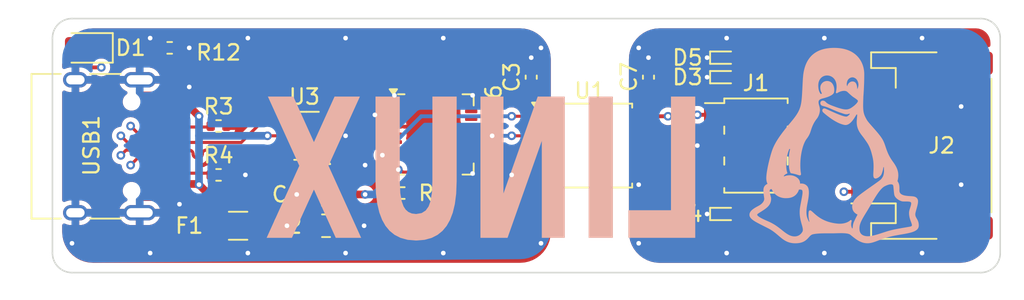
<source format=kicad_pcb>
(kicad_pcb (version 20240108) (generator "pcbnew") (generator_version "8.0")
  (layers (0 "F.Cu" signal) (1 "In1.Cu" signal) (2 "In2.Cu" signal) (31 "B.Cu" signal) (34 "B.Paste" user) (35 "F.Paste" user) (36 "B.SilkS" user "B.Silkscreen") (37 "F.SilkS" user "F.Silkscreen") (38 "B.Mask" user) (39 "F.Mask" user) (44 "Edge.Cuts" user))
  (net 0 "")
  (net 1 "VBUS")
  (net 2 "GND")
  (net 3 "Net-(USB1-CC1)")
  (net 4 "Net-(USB1-CC2)")
  (net 5 "Net-(USB1-DP1)")
  (net 6 "Net-(USB1-DN1)")
  (net 10 "Net-(U6-D-)")
  (net 11 "Net-(U6-D+)")
  (net 14 "VDD")
  (net 15 "Net-(U6-~{RSTb})")
  (net 31 "GND1")
  (net 33 "Net-(U3-VBUS)")
  (net 34 "Net-(D1-K)")
  (net 35 "+3V3")
  (net 38 "OUT_TxD")
  (net 39 "IN_RxD")
  (net 40 "Net-(U1-OUT1)")
  (net 41 "Net-(U1-IN2)")
  (footprint "Diode_SMD:D_SOD-923" (layer "F.Cu") (at 118.53 49.53)
    (property "Reference" "D3" (at -2.325 0 0) (layer "F.SilkS"))
    (property "Value" "ESD9B3.3ST5G")
    (pad "1" smd roundrect (at -0.42 0 180) (size 0.36 0.25) (layers "F.Cu" "F.Paste" "F.Mask") (net 31 "GND1"))
    (pad "2" smd roundrect (at 0.42 0 180) (size 0.36 0.25) (layers "F.Cu" "F.Paste" "F.Mask") (net 14 "VDD"))
  )
  (footprint "Diode_SMD:D_SOD-923" (layer "F.Cu") (at 118.53 58.42)
    (property "Reference" "D4" (at -2.325 0 0) (layer "F.SilkS"))
    (property "Value" "ESD9B3.3ST5G")
    (pad "1" smd roundrect (at -0.42 0 180) (size 0.36 0.25) (layers "F.Cu" "F.Paste" "F.Mask") (net 31 "GND1"))
    (pad "2" smd roundrect (at 0.42 0 180) (size 0.36 0.25) (layers "F.Cu" "F.Paste" "F.Mask") (net 38 "OUT_TxD"))
  )
  (footprint "Resistor_SMD:R_0402_1005Metric" (layer "F.Cu") (at 85.725 52.705 180)
    (property "Reference" "R3" (at 0 1.27 180) (layer "F.SilkS"))
    (property "Value" "5k1")
    (pad "1" smd roundrect (at -0.51 0 180) (size 0.54 0.64) (layers "F.Cu" "F.Paste" "F.Mask") (net 2 "GND"))
    (pad "2" smd roundrect (at 0.51 0 180) (size 0.54 0.64) (layers "F.Cu" "F.Paste" "F.Mask") (net 3 "Net-(USB1-CC1)"))
  )
  (footprint "Resistor_SMD:R_0402_1005Metric" (layer "F.Cu") (at 82.55 47.625 180)
    (property "Reference" "R12" (at -3.175 -0.3025 0) (layer "F.SilkS"))
    (property "Value" "750R")
    (pad "1" smd roundrect (at -0.51 0 180) (size 0.54 0.64) (layers "F.Cu" "F.Paste" "F.Mask") (net 2 "GND"))
    (pad "2" smd roundrect (at 0.51 0 180) (size 0.54 0.64) (layers "F.Cu" "F.Paste" "F.Mask") (net 34 "Net-(D1-K)"))
  )
  (footprint "Capacitor_SMD:C_0402_1005Metric" (layer "F.Cu") (at 106.045 49.53 90)
    (property "Reference" "C3" (at 0 -1.27 90) (layer "F.SilkS"))
    (property "Value" "100n")
    (pad "1" smd roundrect (at -0.48 0 90) (size 0.56 0.62) (layers "F.Cu" "F.Paste" "F.Mask") (net 35 "+3V3"))
    (pad "2" smd roundrect (at 0.48 0 90) (size 0.56 0.62) (layers "F.Cu" "F.Paste" "F.Mask") (net 2 "GND"))
  )
  (footprint "Package_SO:SOP-8_5.28x5.23mm_P1.27mm" (layer "F.Cu") (at 109.855 53.975)
    (property "Reference" "U1" (at 0 -3.56 0) (layer "F.SilkS"))
    (property "Value" "MAX22246")
    (pad "1" smd roundrect (at -3.6 -1.905) (size 1.6 0.6) (layers "F.Cu" "F.Paste" "F.Mask") (net 35 "+3V3"))
    (pad "2" smd roundrect (at -3.6 -0.635) (size 1.6 0.6) (layers "F.Cu" "F.Paste" "F.Mask") (net 40 "Net-(U1-OUT1)"))
    (pad "3" smd roundrect (at -3.6 0.635) (size 1.6 0.6) (layers "F.Cu" "F.Paste" "F.Mask") (net 41 "Net-(U1-IN2)"))
    (pad "4" smd roundrect (at -3.6 1.905) (size 1.6 0.6) (layers "F.Cu" "F.Paste" "F.Mask") (net 2 "GND"))
    (pad "5" smd roundrect (at 3.6 1.905) (size 1.6 0.6) (layers "F.Cu" "F.Paste" "F.Mask") (net 31 "GND1"))
    (pad "6" smd roundrect (at 3.6 0.635) (size 1.6 0.6) (layers "F.Cu" "F.Paste" "F.Mask") (net 38 "OUT_TxD"))
    (pad "7" smd roundrect (at 3.6 -0.635) (size 1.6 0.6) (layers "F.Cu" "F.Paste" "F.Mask") (net 39 "IN_RxD"))
    (pad "8" smd roundrect (at 3.6 -1.905) (size 1.6 0.6) (layers "F.Cu" "F.Paste" "F.Mask") (net 14 "VDD"))
  )
  (footprint "LED_SMD:LED_0805_2012Metric" (layer "F.Cu") (at 77.1675 47.625 180)
    (property "Reference" "D1" (at -2.8425 0 0) (layer "F.SilkS"))
    (property "Value" "LED")
    (pad "1" smd roundrect (at -0.9375 0 180) (size 0.975 1.4) (layers "F.Cu" "F.Paste" "F.Mask") (net 34 "Net-(D1-K)"))
    (pad "2" smd roundrect (at 0.9375 0 180) (size 0.975 1.4) (layers "F.Cu" "F.Paste" "F.Mask") (net 1 "VBUS"))
  )
  (footprint "Package_DFN_QFN:QFN-28-1EP_5x5mm_P0.5mm_EP3.35x3.35mm" (layer "F.Cu") (at 99.695 53.25)
    (property "Reference" "U6" (at 3.906047 -2.23903 90) (layer "F.SilkS"))
    (property "Value" "Interface_USB_CP2102N-A01-GQFN28")
    (pad "1" smd roundrect (at -2.45 -1.5) (size 0.8 0.25) (layers "F.Cu" "F.Paste" "F.Mask"))
    (pad "2" smd roundrect (at -2.45 -1) (size 0.8 0.25) (layers "F.Cu" "F.Paste" "F.Mask"))
    (pad "3" smd roundrect (at -2.45 -0.5) (size 0.8 0.25) (layers "F.Cu" "F.Paste" "F.Mask") (net 2 "GND"))
    (pad "4" smd roundrect (at -2.45 0) (size 0.8 0.25) (layers "F.Cu" "F.Paste" "F.Mask") (net 11 "Net-(U6-D+)"))
    (pad "5" smd roundrect (at -2.45 0.5) (size 0.8 0.25) (layers "F.Cu" "F.Paste" "F.Mask") (net 10 "Net-(U6-D-)"))
    (pad "6" smd roundrect (at -2.45 1) (size 0.8 0.25) (layers "F.Cu" "F.Paste" "F.Mask") (net 35 "+3V3"))
    (pad "7" smd roundrect (at -2.45 1.5) (size 0.8 0.25) (layers "F.Cu" "F.Paste" "F.Mask") (net 1 "VBUS"))
    (pad "8" smd roundrect (at -1.5 2.45) (size 0.25 0.8) (layers "F.Cu" "F.Paste" "F.Mask") (net 1 "VBUS"))
    (pad "9" smd roundrect (at -1 2.45) (size 0.25 0.8) (layers "F.Cu" "F.Paste" "F.Mask") (net 15 "Net-(U6-~{RSTb})"))
    (pad "10" smd roundrect (at -0.5 2.45) (size 0.25 0.8) (layers "F.Cu" "F.Paste" "F.Mask"))
    (pad "11" smd roundrect (at 0 2.45) (size 0.25 0.8) (layers "F.Cu" "F.Paste" "F.Mask"))
    (pad "12" smd roundrect (at 0.5 2.45) (size 0.25 0.8) (layers "F.Cu" "F.Paste" "F.Mask"))
    (pad "13" smd roundrect (at 1 2.45) (size 0.25 0.8) (layers "F.Cu" "F.Paste" "F.Mask"))
    (pad "14" smd roundrect (at 1.5 2.45) (size 0.25 0.8) (layers "F.Cu" "F.Paste" "F.Mask"))
    (pad "15" smd roundrect (at 2.45 1.5) (size 0.8 0.25) (layers "F.Cu" "F.Paste" "F.Mask"))
    (pad "16" smd roundrect (at 2.45 1) (size 0.8 0.25) (layers "F.Cu" "F.Paste" "F.Mask"))
    (pad "17" smd roundrect (at 2.45 0.5) (size 0.8 0.25) (layers "F.Cu" "F.Paste" "F.Mask"))
    (pad "18" smd roundrect (at 2.45 0) (size 0.8 0.25) (layers "F.Cu" "F.Paste" "F.Mask"))
    (pad "19" smd roundrect (at 2.45 -0.5) (size 0.8 0.25) (layers "F.Cu" "F.Paste" "F.Mask"))
    (pad "20" smd roundrect (at 2.45 -1) (size 0.8 0.25) (layers "F.Cu" "F.Paste" "F.Mask"))
    (pad "21" smd roundrect (at 2.45 -1.5) (size 0.8 0.25) (layers "F.Cu" "F.Paste" "F.Mask"))
    (pad "22" smd roundrect (at 1.5 -2.45) (size 0.25 0.8) (layers "F.Cu" "F.Paste" "F.Mask"))
    (pad "23" smd roundrect (at 1 -2.45) (size 0.25 0.8) (layers "F.Cu" "F.Paste" "F.Mask"))
    (pad "24" smd roundrect (at 0.5 -2.45) (size 0.25 0.8) (layers "F.Cu" "F.Paste" "F.Mask"))
    (pad "25" smd roundrect (at 0 -2.45) (size 0.25 0.8) (layers "F.Cu" "F.Paste" "F.Mask") (net 40 "Net-(U1-OUT1)"))
    (pad "26" smd roundrect (at -0.5 -2.45) (size 0.25 0.8) (layers "F.Cu" "F.Paste" "F.Mask") (net 41 "Net-(U1-IN2)"))
    (pad "27" smd roundrect (at -1 -2.45) (size 0.25 0.8) (layers "F.Cu" "F.Paste" "F.Mask"))
    (pad "28" smd roundrect (at -1.5 -2.45) (size 0.25 0.8) (layers "F.Cu" "F.Paste" "F.Mask"))
    (pad "29" smd rect (at 0 0) (size 3.35 3.35) (property pad_prop_heatsink) (layers "F.Cu" "F.Mask") (net 2 "GND"))
  )
  (footprint "Diode_SMD:D_SOD-923" (layer "F.Cu") (at 118.53 48.26)
    (property "Reference" "D5" (at -2.325 0 0) (layer "F.SilkS"))
    (property "Value" "ESD9B3.3ST5G")
    (pad "1" smd roundrect (at -0.42 0 180) (size 0.36 0.25) (layers "F.Cu" "F.Paste" "F.Mask") (net 31 "GND1"))
    (pad "2" smd roundrect (at 0.42 0 180) (size 0.36 0.25) (layers "F.Cu" "F.Paste" "F.Mask") (net 39 "IN_RxD"))
  )
  (footprint "Capacitor_SMD:C_0805_2012Metric" (layer "F.Cu") (at 92.71 59.185 180)
    (property "Reference" "C2" (at 2.54 0 0) (layer "F.SilkS"))
    (property "Value" "10u")
    (pad "1" smd roundrect (at -0.95 0 180) (size 1 1.45) (layers "F.Cu" "F.Paste" "F.Mask") (net 2 "GND"))
    (pad "2" smd roundrect (at 0.95 0 180) (size 1 1.45) (layers "F.Cu" "F.Paste" "F.Mask") (net 1 "VBUS"))
  )
  (footprint "Resistor_SMD:R_0402_1005Metric" (layer "F.Cu") (at 97.665 57.06 180)
    (property "Reference" "R9" (at -2.03 0 0) (layer "F.SilkS"))
    (property "Value" "4k7")
    (pad "1" smd roundrect (at -0.51 0 180) (size 0.54 0.64) (layers "F.Cu" "F.Paste" "F.Mask") (net 15 "Net-(U6-~{RSTb})"))
    (pad "2" smd roundrect (at 0.51 0 180) (size 0.54 0.64) (layers "F.Cu" "F.Paste" "F.Mask") (net 35 "+3V3"))
  )
  (footprint "Resistor_SMD:R_0402_1005Metric" (layer "F.Cu") (at 85.725 55.88 180)
    (property "Reference" "R4" (at 0 1.27 180) (layer "F.SilkS"))
    (property "Value" "5k1")
    (pad "1" smd roundrect (at -0.51 0 180) (size 0.54 0.64) (layers "F.Cu" "F.Paste" "F.Mask") (net 2 "GND"))
    (pad "2" smd roundrect (at 0.51 0 180) (size 0.54 0.64) (layers "F.Cu" "F.Paste" "F.Mask") (net 4 "Net-(USB1-CC2)"))
  )
  (footprint "Connector_PinHeader_2.00mm:PinHeader_2x03_P2.00mm_Vertical_SMD" (layer "F.Cu") (at 120.65 53.975)
    (property "Reference" "J1" (at 0 -4.06 0) (layer "F.SilkS"))
    (property "Value" "Legacy debug")
    (pad "1" smd rect (at -2.085 -2) (size 2.58 1) (layers "F.Cu" "F.Paste" "F.Mask") (net 14 "VDD"))
    (pad "2" smd rect (at 2.085 -2) (size 2.58 1) (layers "F.Cu" "F.Paste" "F.Mask"))
    (pad "3" smd rect (at -2.085 0) (size 2.58 1) (layers "F.Cu" "F.Paste" "F.Mask") (net 31 "GND1"))
    (pad "4" smd rect (at 2.085 0) (size 2.58 1) (layers "F.Cu" "F.Paste" "F.Mask") (net 39 "IN_RxD"))
    (pad "5" smd rect (at -2.085 2) (size 2.58 1) (layers "F.Cu" "F.Paste" "F.Mask"))
    (pad "6" smd rect (at 2.085 2) (size 2.58 1) (layers "F.Cu" "F.Paste" "F.Mask") (net 38 "OUT_TxD"))
  )
  (footprint "Connector_JST:JST_PH_S4B-PH-SM4-TB_1x04-1MP_P2.00mm_Horizontal" (layer "F.Cu") (at 131.445 53.975 90)
    (property "Reference" "J2" (at 0 1.27 0) (layer "F.SilkS"))
    (property "Value" "Debug")
    (pad "1" smd roundrect (at -3 -2.85 90) (size 1 3.5) (layers "F.Cu" "F.Paste" "F.Mask") (net 14 "VDD"))
    (pad "2" smd roundrect (at -1 -2.85 90) (size 1 3.5) (layers "F.Cu" "F.Paste" "F.Mask") (net 39 "IN_RxD"))
    (pad "3" smd roundrect (at 1 -2.85 90) (size 1 3.5) (layers "F.Cu" "F.Paste" "F.Mask") (net 31 "GND1"))
    (pad "4" smd roundrect (at 3 -2.85 90) (size 1 3.5) (layers "F.Cu" "F.Paste" "F.Mask") (net 38 "OUT_TxD"))
    (pad "MP" smd roundrect (at -5.35 2.9 90) (size 1.5 3.4) (layers "F.Cu" "F.Paste" "F.Mask") (roundrect_rratio 0.166667))
    (pad "MP" smd roundrect (at 5.35 2.9 90) (size 1.5 3.4) (layers "F.Cu" "F.Paste" "F.Mask") (roundrect_rratio 0.166667))
  )
  (footprint "Capacitor_SMD:C_0805_2012Metric" (layer "F.Cu") (at 92.71 57.15)
    (property "Reference" "C1" (at -2.54 0 0) (layer "F.SilkS"))
    (property "Value" "1u")
    (pad "1" smd roundrect (at -0.95 0) (size 1 1.45) (layers "F.Cu" "F.Paste" "F.Mask") (net 2 "GND"))
    (pad "2" smd roundrect (at 0.95 0) (size 1 1.45) (layers "F.Cu" "F.Paste" "F.Mask") (net 1 "VBUS"))
  )
  (footprint "anders:USB_C_Receptacle_HRO_TYPE-C-31-M-12" (layer "F.Cu") (at 77.47 54.02 -90)
    (property "Reference" "USB1" (at -0.045 0 90) (layer "F.SilkS"))
    (property "Value" "HRO-TYPE-C-31-M-12")
    (pad "" np_thru_hole circle (at -2.89 -2.6 270) (size 0.65 0.65) (drill 0.65) (layers "*.Cu" "*.Mask"))
    (pad "" np_thru_hole circle (at 2.89 -2.6 270) (size 0.65 0.65) (drill 0.65) (layers "*.Cu" "*.Mask"))
    (pad "A1" smd rect (at -3.25 -4.045 270) (size 0.6 1.45) (layers "F.Cu" "F.Paste" "F.Mask") (net 2 "GND"))
    (pad "A4" smd rect (at -2.45 -4.045 270) (size 0.6 1.45) (layers "F.Cu" "F.Paste" "F.Mask") (net 33 "Net-(U3-VBUS)"))
    (pad "A5" smd rect (at -1.25 -4.045 270) (size 0.3 1.45) (layers "F.Cu" "F.Paste" "F.Mask") (net 3 "Net-(USB1-CC1)"))
    (pad "A6" smd rect (at -0.25 -4.045 270) (size 0.3 1.45) (layers "F.Cu" "F.Paste" "F.Mask") (net 5 "Net-(USB1-DP1)"))
    (pad "A7" smd rect (at 0.25 -4.045 270) (size 0.3 1.45) (layers "F.Cu" "F.Paste" "F.Mask") (net 6 "Net-(USB1-DN1)"))
    (pad "A8" smd rect (at 1.25 -4.045 270) (size 0.3 1.45) (layers "F.Cu" "F.Paste" "F.Mask"))
    (pad "A9" smd rect (at 2.45 -4.045 270) (size 0.6 1.45) (layers "F.Cu" "F.Paste" "F.Mask") (net 33 "Net-(U3-VBUS)"))
    (pad "A12" smd rect (at 3.25 -4.045 270) (size 0.6 1.45) (layers "F.Cu" "F.Paste" "F.Mask") (net 2 "GND"))
    (pad "B5" smd rect (at 1.75 -4.045 270) (size 0.3 1.45) (layers "F.Cu" "F.Paste" "F.Mask") (net 4 "Net-(USB1-CC2)"))
    (pad "B6" smd rect (at 0.75 -4.045 270) (size 0.3 1.45) (layers "F.Cu" "F.Paste" "F.Mask") (net 5 "Net-(USB1-DP1)"))
    (pad "B7" smd rect (at -0.75 -4.045 270) (size 0.3 1.45) (layers "F.Cu" "F.Paste" "F.Mask") (net 6 "Net-(USB1-DN1)"))
    (pad "B8" smd rect (at -1.75 -4.045 270) (size 0.3 1.45) (layers "F.Cu" "F.Paste" "F.Mask"))
    (pad "S1" thru_hole oval (at -4.32 -3.13 270) (size 1 2.1) (drill oval 0.6 1.7) (layers "*.Cu" "*.Mask") (net 2 "GND"))
    (pad "S1" thru_hole oval (at -4.32 1.05 270) (size 1 1.6) (drill oval 0.6 1.2) (layers "*.Cu" "*.Mask") (net 2 "GND"))
    (pad "S1" thru_hole oval (at 4.32 -3.13 270) (size 1 2.1) (drill oval 0.6 1.7) (layers "*.Cu" "*.Mask") (net 2 "GND"))
    (pad "S1" thru_hole oval (at 4.32 1.05 270) (size 1 1.6) (drill oval 0.6 1.2) (layers "*.Cu" "*.Mask") (net 2 "GND"))
  )
  (footprint "Package_TO_SOT_SMD:SOT-23-6" (layer "F.Cu") (at 91.44 53.34 180)
    (property "Reference" "U3" (at 0.1325 2.54 0) (layer "F.SilkS"))
    (property "Value" "USBLC6-2SC6")
    (pad "1" smd roundrect (at -1.1375 -0.95 180) (size 1.325 0.6) (layers "F.Cu" "F.Paste" "F.Mask") (net 10 "Net-(U6-D-)"))
    (pad "2" smd roundrect (at -1.1375 0 180) (size 1.325 0.6) (layers "F.Cu" "F.Paste" "F.Mask") (net 2 "GND"))
    (pad "3" smd roundrect (at -1.1375 0.95 180) (size 1.325 0.6) (layers "F.Cu" "F.Paste" "F.Mask") (net 11 "Net-(U6-D+)"))
    (pad "4" smd roundrect (at 1.1375 0.95 180) (size 1.325 0.6) (layers "F.Cu" "F.Paste" "F.Mask") (net 5 "Net-(USB1-DP1)"))
    (pad "5" smd roundrect (at 1.1375 0 180) (size 1.325 0.6) (layers "F.Cu" "F.Paste" "F.Mask") (net 33 "Net-(U3-VBUS)"))
    (pad "6" smd roundrect (at 1.1375 -0.95 180) (size 1.325 0.6) (layers "F.Cu" "F.Paste" "F.Mask") (net 6 "Net-(USB1-DN1)"))
  )
  (footprint "Capacitor_SMD:C_0402_1005Metric" (layer "F.Cu") (at 113.665 49.53 90)
    (property "Reference" "C7" (at 0.02 -1.27 90) (layer "F.SilkS"))
    (property "Value" "100n")
    (pad "1" smd roundrect (at -0.48 0 90) (size 0.56 0.62) (layers "F.Cu" "F.Paste" "F.Mask") (net 14 "VDD"))
    (pad "2" smd roundrect (at 0.48 0 90) (size 0.56 0.62) (layers "F.Cu" "F.Paste" "F.Mask") (net 31 "GND1"))
  )
  (footprint "Fuse:Fuse_1206_3216Metric" (layer "F.Cu") (at 86.995 59.185 180)
    (property "Reference" "F1" (at 3.175 0 180) (layer "F.SilkS"))
    (property "Value" "Polyfuse 1,8A")
    (pad "1" smd roundrect (at -1.4 0 180) (size 1.25 1.75) (layers "F.Cu" "F.Paste" "F.Mask") (roundrect_rratio 0.2) (net 1 "VBUS"))
    (pad "2" smd roundrect (at 1.4 0 180) (size 1.25 1.75) (layers "F.Cu" "F.Paste" "F.Mask") (roundrect_rratio 0.2) (net 33 "Net-(U3-VBUS)"))
  )
  (footprint "anders:TUX" (layer "B.Cu") (at 125.73 53.975 180)
    (property "Reference" "REF**" (hide yes))
    (property "Value" "TUX" (hide yes))
  )
  (gr_arc (start 136.525 60.96) (mid 136.153026 61.858026) (end 135.255 62.23) (stroke (width 0.1)) (layer "Edge.Cuts"))
  (gr_line (start 135.255 62.23) (end 76.2 62.23) (stroke (width 0.1)) (layer "Edge.Cuts"))
  (gr_arc (start 76.2 62.23) (mid 75.301974 61.858026) (end 74.93 60.96) (stroke (width 0.1)) (layer "Edge.Cuts"))
  (gr_line (start 76.2 45.72) (end 135.255 45.72) (stroke (width 0.1)) (layer "Edge.Cuts"))
  (gr_arc (start 74.93 46.99) (mid 75.301974 46.091974) (end 76.2 45.72) (stroke (width 0.1)) (layer "Edge.Cuts"))
  (gr_line (start 136.525 60.96) (end 136.525 46.99) (stroke (width 0.1)) (layer "Edge.Cuts"))
  (gr_line (start 74.93 46.99) (end 74.93 60.96) (stroke (width 0.1)) (layer "Edge.Cuts"))
  (gr_arc (start 135.255 45.72) (mid 136.153026 46.091974) (end 136.525 46.99) (stroke (width 0.1)) (layer "Edge.Cuts"))
  (gr_text "LINUX" (at 117.475 61.5 0) (layer "B.SilkS") (effects (font (size 9 6) (thickness 1) (bold yes) (italic yes)) (justify left bottom mirror)))
  (gr_text "1" (at 115.57 52.57675 0) (layer "F.SilkS") (effects (font (size 1 1)) (justify left bottom)))
  (segment (start 97.245 55.245) (end 97.409 55.409) (width 0.2) (layer "F.Cu") (net 1))
  (segment (start 78.105 48.895) (end 77.5 48.895) (width 0.25) (layer "F.Cu") (net 1))
  (segment (start 88.395 59.185) (end 90.17 59.185) (width 1) (layer "F.Cu") (net 1))
  (segment (start 97.409 55.536) (end 97.536 55.536) (width 0.2) (layer "F.Cu") (net 1))
  (segment (start 77.5 48.895) (end 76.23 47.625) (width 0.25) (layer "F.Cu") (net 1))
  (segment (start 97.536 55.536) (end 97.7 55.7) (width 0.2) (layer "F.Cu") (net 1))
  (segment (start 97.245 54.75) (end 97.245 55.245) (width 0.2) (layer "F.Cu") (net 1))
  (segment (start 91.76 59.185) (end 90.17 59.185) (width 1) (layer "F.Cu") (net 1))
  (segment (start 95.25 57.15) (end 93.66 57.15) (width 0.5) (layer "F.Cu") (net 1))
  (segment (start 76.2 47.595) (end 76.23 47.625) (width 0.25) (layer "F.Cu") (net 1))
  (segment (start 98.195 55.7) (end 97.7 55.7) (width 0.2) (layer "F.Cu") (net 1))
  (segment (start 97.409 55.409) (end 97.409 55.536) (width 0.2) (layer "F.Cu") (net 1))
  (via (at 78.105 48.895) (size 0.56) (drill 0.3) (layers "F.Cu" "B.Cu") (net 1))
  (via (at 90.17 59.185) (size 0.56) (drill 0.3) (layers "F.Cu" "B.Cu") (net 1))
  (via (at 97.409 55.536) (size 0.56) (drill 0.3) (layers "F.Cu" "B.Cu") (net 1))
  (via (at 95.25 57.15) (size 0.56) (drill 0.3) (layers "F.Cu" "B.Cu") (net 1))
  (segment (start 95.885 57.15) (end 97.409 55.626) (width 0.5) (layer "B.Cu") (net 1))
  (segment (start 97.409 55.626) (end 97.409 55.536) (width 0.5) (layer "B.Cu") (net 1))
  (segment (start 95.25 57.15) (end 95.885 57.15) (width 0.5) (layer "B.Cu") (net 1))
  (segment (start 99.695 53.25) (end 97.155 50.71) (width 0.2) (layer "F.Cu") (net 2))
  (segment (start 81.515 57.27) (end 82.67 57.27) (width 0.5) (layer "F.Cu") (net 2))
  (segment (start 104.775 55.88) (end 106.255 55.88) (width 0.2) (layer "F.Cu") (net 2))
  (segment (start 92.5775 53.34) (end 93.98 53.34) (width 0.2) (layer "F.Cu") (net 2))
  (segment (start 99.695 53.25) (end 102.235 50.71) (width 0.2) (layer "F.Cu") (net 2))
  (segment (start 99.195 52.75) (end 97.245 52.75) (width 0.2) (layer "F.Cu") (net 2))
  (segment (start 97.245 52.75) (end 96.655 52.75) (width 0.2) (layer "F.Cu") (net 2))
  (segment (start 83.06 47.625) (end 83.82 47.625) (width 0.3) (layer "F.Cu") (net 2))
  (segment (start 83.215 50.77) (end 81.515 50.77) (width 0.5) (layer "F.Cu") (net 2))
  (segment (start 99.695 53.25) (end 102.235 55.79) (width 0.2) (layer "F.Cu") (net 2))
  (segment (start 99.695 53.25) (end 99.195 52.75) (width 0.2) (layer "F.Cu") (net 2))
  (segment (start 96.655 52.75) (end 95.885 51.98) (width 0.2) (layer "F.Cu") (net 2))
  (segment (start 83.82 50.165) (end 83.215 50.77) (width 0.5) (layer "F.Cu") (net 2))
  (segment (start 106.045 48.26) (end 106.045 49.05) (width 0.25) (layer "F.Cu") (net 2))
  (segment (start 82.67 57.27) (end 83.185 57.785) (width 0.5) (layer "F.Cu") (net 2))
  (segment (start 90.805 57.15) (end 91.76 57.15) (width 0.3) (layer "F.Cu") (net 2))
  (segment (start 91.76 57.15) (end 91.76 57.710603) (width 0.3) (layer "F.Cu") (net 2))
  (via (at 83.82 47.625) (size 0.56) (drill 0.3) (layers "F.Cu" "B.Cu") (net 2))
  (via (at 100.33 60.96) (size 0.56) (drill 0.3) (layers "F.Cu" "B.Cu") (net 2))
  (via (at 95.25 55.245) (size 0.56) (drill 0.3) (layers "F.Cu" "B.Cu") (net 2))
  (via (at 102.235 50.71) (size 0.56) (drill 0.3) (layers "F.Cu" "B.Cu") (net 2))
  (via (at 95.885 51.98) (size 0.56) (drill 0.3) (layers "F.Cu" "B.Cu") (net 2))
  (via (at 81.28 46.99) (size 0.56) (drill 0.3) (layers "F.Cu" "B.Cu") (net 2))
  (via (at 93.98 53.34) (size 0.56) (drill 0.3) (layers "F.Cu" "B.Cu") (net 2))
  (via (at 100.33 46.99) (size 0.56) (drill 0.3) (layers "F.Cu" "B.Cu") (net 2))
  (via (at 83.185 57.785) (size 0.56) (drill 0.3) (layers "F.Cu" "B.Cu") (net 2))
  (via (at 106.68 47.625) (size 0.56) (drill 0.3) (layers "F.Cu" "B.Cu") (net 2))
  (via (at 106.045 48.26) (size 0.56) (drill 0.3) (layers "F.Cu" "B.Cu") (net 2))
  (via (at 93.98 60.96) (size 0.56) (drill 0.3) (layers "F.Cu" "B.Cu") (net 2))
  (via (at 81.28 60.96) (size 0.56) (drill 0.3) (layers "F.Cu" "B.Cu") (net 2))
  (via (at 87.63 60.96) (size 0.56) (drill 0.3) (layers "F.Cu" "B.Cu") (net 2))
  (via (at 83.82 50.165) (size 0.56) (drill 0.3) (layers "F.Cu" "B.Cu") (net 2))
  (via (at 93.98 46.99) (size 0.56) (drill 0.3) (layers "F.Cu" "B.Cu") (net 2))
  (via (at 106.68 60.325) (size 0.56) (drill 0.3) (layers "F.Cu" "B.Cu") (net 2))
  (via (at 97.155 50.71) (size 0.56) (drill 0.3) (layers "F.Cu" "B.Cu") (net 2))
  (via (at 102.235 55.79) (size 0.56) (drill 0.3) (layers "F.Cu" "B.Cu") (net 2))
  (via (at 76.2 60.325) (size 0.56) (drill 0.3) (layers "F.Cu" "B.Cu") (net 2))
  (via (at 95.184 59.185) (size 0.56) (drill 0.3) (layers "F.Cu" "B.Cu") (net 2))
  (via (at 87.468946 55.88) (size 0.56) (drill 0.3) (layers "F.Cu" "B.Cu") (net 2))
  (via (at 90.805 57.15) (size 0.56) (drill 0.3) (layers "F.Cu" "B.Cu") (net 2))
  (via (at 104.775 55.88) (size 0.56) (drill 0.3) (layers "F.Cu" "B.Cu") (net 2))
  (via (at 87.63 46.99) (size 0.56) (drill 0.3) (layers "F.Cu" "B.Cu") (net 2))
  (segment (start 85.15 52.77) (end 85.215 52.705) (width 0.2) (layer "F.Cu") (net 3))
  (segment (start 81.515 52.77) (end 85.15 52.77) (width 0.2) (layer "F.Cu") (net 3))
  (segment (start 81.515 55.77) (end 85.105 55.77) (width 0.2) (layer "F.Cu") (net 4))
  (segment (start 85.105 55.77) (end 85.215 55.88) (width 0.2) (layer "F.Cu") (net 4))
  (segment (start 81.515 54.77) (end 80.485 54.77) (width 0.2) (layer "F.Cu") (net 5))
  (segment (start 80.485 54.77) (end 80.01 55.245) (width 0.2) (layer "F.Cu") (net 5))
  (segment (start 79.805 53.77) (end 81.515 53.77) (width 0.2) (layer "F.Cu") (net 5))
  (segment (start 88.58 52.39) (end 87.2 53.77) (width 0.2) (layer "F.Cu") (net 5))
  (segment (start 79.375 53.34) (end 79.805 53.77) (width 0.2) (layer "F.Cu") (net 5))
  (segment (start 90.3025 52.39) (end 88.58 52.39) (width 0.2) (layer "F.Cu") (net 5))
  (segment (start 87.2 53.77) (end 81.515 53.77) (width 0.2) (layer "F.Cu") (net 5))
  (via (at 80.01 55.245) (size 0.56) (drill 0.3) (layers "F.Cu" "B.Cu") (net 5))
  (via (at 79.375 53.34) (size 0.56) (drill 0.3) (layers "F.Cu" "B.Cu") (net 5))
  (segment (start 80.575 53.27) (end 80.01 52.705) (width 0.2) (layer "F.Cu") (net 6))
  (segment (start 90.2825 54.27) (end 90.3025 54.29) (width 0.2) (layer "F.Cu") (net 6))
  (segment (start 85.02 54.27) (end 90.2825 54.27) (width 0.2) (layer "F.Cu") (net 6))
  (segment (start 84.070225 54.520225) (end 84.070225 54.520226) (width 0.2) (layer "F.Cu") (net 6))
  (segment (start 81.515 54.27) (end 83.82 54.27) (width 0.2) (layer "F.Cu") (net 6))
  (segment (start 81.515 54.27) (end 79.715 54.27) (width 0.2) (layer "F.Cu") (net 6))
  (segment (start 84.92045 54.27) (end 85.02 54.27) (width 0.2) (layer "F.Cu") (net 6))
  (segment (start 81.515 53.27) (end 80.575 53.27) (width 0.2) (layer "F.Cu") (net 6))
  (segment (start 84.670225 54.520226) (end 84.670225 54.520225) (width 0.2) (layer "F.Cu") (net 6))
  (segment (start 79.715 54.27) (end 79.375 54.61) (width 0.2) (layer "F.Cu") (net 6))
  (segment (start 84.32045 54.770451) (end 84.42 54.770451) (width 0.2) (layer "F.Cu") (net 6))
  (via (at 80.01 52.705) (size 0.56) (drill 0.3) (layers "F.Cu" "B.Cu") (net 6))
  (via (at 79.375 54.61) (size 0.56) (drill 0.3) (layers "F.Cu" "B.Cu") (net 6))
  (arc (start 83.82 54.27) (mid 83.996936 54.343289) (end 84.070225 54.520225) (width 0.2) (layer "F.Cu") (net 6))
  (arc (start 84.42 54.770451) (mid 84.596936 54.697162) (end 84.670225 54.520226) (width 0.2) (layer "F.Cu") (net 6))
  (arc (start 84.670225 54.520225) (mid 84.743514 54.343289) (end 84.92045 54.27) (width 0.2) (layer "F.Cu") (net 6))
  (arc (start 84.070225 54.520226) (mid 84.143514 54.697162) (end 84.32045 54.770451) (width 0.2) (layer "F.Cu") (net 6))
  (segment (start 95.475 53.75) (end 94.935 54.29) (width 0.2) (layer "F.Cu") (net 10))
  (segment (start 94.155926 54.469075) (end 94.155926 54.469074) (width 0.2) (layer "F.Cu") (net 10))
  (segment (start 93.735 54.29) (end 92.5775 54.29) (width 0.2) (layer "F.Cu") (net 10))
  (segment (start 97.245 53.75) (end 95.475 53.75) (width 0.2) (layer "F.Cu") (net 10))
  (segment (start 94.576852 54.648149) (end 94.335 54.648149) (width 0.2) (layer "F.Cu") (net 10))
  (segment (start 94.755926 54.469074) (end 94.755926 54.469075) (width 0.2) (layer "F.Cu") (net 10))
  (segment (start 93.976852 54.29) (end 93.735 54.29) (width 0.2) (layer "F.Cu") (net 10))
  (arc (start 94.935 54.29) (mid 94.808376 54.34245) (end 94.755926 54.469074) (width 0.2) (layer "F.Cu") (net 10))
  (arc (start 94.155926 54.469074) (mid 94.103476 54.34245) (end 93.976852 54.29) (width 0.2) (layer "F.Cu") (net 10))
  (arc (start 94.755926 54.469075) (mid 94.703476 54.595699) (end 94.576852 54.648149) (width 0.2) (layer "F.Cu") (net 10))
  (arc (start 94.335 54.648149) (mid 94.208376 54.595699) (end 94.155926 54.469075) (width 0.2) (layer "F.Cu") (net 10))
  (segment (start 94.814005 52.269005) (end 94.814005 52.269004) (width 0.2) (layer "F.Cu") (net 11))
  (segment (start 94.09301 52.39) (end 93.735 52.39) (width 0.2) (layer "F.Cu") (net 11))
  (segment (start 97.245 53.25) (end 95.795 53.25) (width 0.2) (layer "F.Cu") (net 11))
  (segment (start 94.214005 52.269004) (end 94.214005 52.269005) (width 0.2) (layer "F.Cu") (net 11))
  (segment (start 94.69301 52.148009) (end 94.335 52.148009) (width 0.2) (layer "F.Cu") (net 11))
  (segment (start 93.735 52.39) (end 92.5775 52.39) (width 0.2) (layer "F.Cu") (net 11))
  (segment (start 95.795 53.25) (end 94.935 52.39) (width 0.2) (layer "F.Cu") (net 11))
  (arc (start 94.814005 52.269004) (mid 94.778566 52.183448) (end 94.69301 52.148009) (width 0.2) (layer "F.Cu") (net 11))
  (arc (start 94.214005 52.269005) (mid 94.178566 52.354561) (end 94.09301 52.39) (width 0.2) (layer "F.Cu") (net 11))
  (arc (start 94.335 52.148009) (mid 94.249444 52.183448) (end 94.214005 52.269004) (width 0.2) (layer "F.Cu") (net 11))
  (arc (start 94.935 52.39) (mid 94.849444 52.354561) (end 94.814005 52.269005) (width 0.2) (layer "F.Cu") (net 11))
  (segment (start 118.565 49.915) (end 118.95 49.53) (width 0.2) (layer "F.Cu") (net 14))
  (segment (start 118.565 51.975) (end 118.565 49.915) (width 0.2) (layer "F.Cu") (net 14))
  (segment (start 113.665 51.86) (end 113.455 52.07) (width 0.25) (layer "F.Cu") (net 14))
  (segment (start 126.365 56.975) (end 128.595 56.975) (width 0.25) (layer "F.Cu") (net 14))
  (segment (start 116.84 51.975) (end 118.565 51.975) (width 0.25) (layer "F.Cu") (net 14))
  (segment (start 114.935 52.07) (end 113.455 52.07) (width 0.25) (layer "F.Cu") (net 14))
  (segment (start 113.665 50.01) (end 113.665 51.86) (width 0.25) (layer "F.Cu") (net 14))
  (via (at 114.935 52.07) (size 0.56) (drill 0.3) (layers "F.Cu" "B.Cu") (net 14))
  (via (at 126.365 56.975) (size 0.56) (drill 0.3) (layers "F.Cu" "B.Cu") (net 14))
  (via (at 116.84 51.975) (size 0.56) (drill 0.3) (layers "F.Cu" "B.Cu") (net 14))
  (segment (start 98.695 56.155) (end 98.695 55.7) (width 0.2) (layer "F.Cu") (net 15))
  (segment (start 98.175 56.675) (end 98.695 56.155) (width 0.2) (layer "F.Cu") (net 15))
  (segment (start 98.175 57.06) (end 98.175 56.675) (width 0.2) (layer "F.Cu") (net 15))
  (segment (start 117.475 48.26) (end 118.11 48.26) (width 0.2) (layer "F.Cu") (net 31))
  (segment (start 113.665 48.26) (end 113.665 49.05) (width 0.25) (layer "F.Cu") (net 31))
  (segment (start 117.475 58.42) (end 118.11 58.42) (width 0.2) (layer "F.Cu") (net 31))
  (segment (start 116.84 53.975) (end 118.565 53.975) (width 0.25) (layer "F.Cu") (net 31))
  (segment (start 118.11 49.53) (end 117.475 49.53) (width 0.2) (layer "F.Cu") (net 31))
  (via (at 113.03 56.515) (size 0.56) (drill 0.3) (layers "F.Cu" "B.Cu") (net 31))
  (via (at 113.03 60.325) (size 0.56) (drill 0.3) (layers "F.Cu" "B.Cu") (net 31))
  (via (at 125.095 46.99) (size 0.56) (drill 0.3) (layers "F.Cu" "B.Cu") (net 31))
  (via (at 116.84 53.975) (size 0.56) (drill 0.3) (layers "F.Cu" "B.Cu") (net 31))
  (via (at 133.985 51.435) (size 0.56) (drill 0.3) (layers "F.Cu" "B.Cu") (net 31))
  (via (at 118.745 60.96) (size 0.56) (drill 0.3) (layers "F.Cu" "B.Cu") (net 31))
  (via (at 113.665 48.26) (size 0.56) (drill 0.3) (layers "F.Cu" "B.Cu") (net 31))
  (via (at 113.03 47.625) (size 0.56) (drill 0.3) (layers "F.Cu" "B.Cu") (net 31))
  (via (at 133.985 56.515) (size 0.56) (drill 0.3) (layers "F.Cu" "B.Cu") (net 31))
  (via (at 117.475 49.53) (size 0.56) (drill 0.3) (layers "F.Cu" "B.Cu") (net 31))
  (via (at 125.095 60.96) (size 0.56) (drill 0.3) (layers "F.Cu" "B.Cu") (net 31))
  (via (at 117.475 58.42) (size 0.56) (drill 0.3) (layers "F.Cu" "B.Cu") (net 31))
  (via (at 131.445 46.99) (size 0.56) (drill 0.3) (layers "F.Cu" "B.Cu") (net 31))
  (via (at 117.475 48.26) (size 0.56) (drill 0.3) (layers "F.Cu" "B.Cu") (net 31))
  (via (at 131.445 60.96) (size 0.56) (drill 0.3) (layers "F.Cu" "B.Cu") (net 31))
  (via (at 118.745 46.99) (size 0.56) (drill 0.3) (layers "F.Cu" "B.Cu") (net 31))
  (segment (start 85.595 59.185) (end 85.595 57.655) (width 0.5) (layer "F.Cu") (net 33))
  (segment (start 83.955 51.57) (end 81.515 51.57) (width 0.5) (layer "F.Cu") (net 33))
  (segment (start 90.3025 53.34) (end 88.9 53.34) (width 0.2) (layer "F.Cu") (net 33))
  (segment (start 84.455 52.07) (end 83.955 51.57) (width 0.5) (layer "F.Cu") (net 33))
  (segment (start 85.09 57.15) (end 84.455 56.515) (width 0.5) (layer "F.Cu") (net 33))
  (segment (start 85.595 59.185) (end 85.725 59.055) (width 0.5) (layer "F.Cu") (net 33))
  (segment (start 84.41 56.47) (end 81.515 56.47) (width 0.5) (layer "F.Cu") (net 33))
  (segment (start 84.455 56.515) (end 84.41 56.47) (width 0.5) (layer "F.Cu") (net 33))
  (segment (start 85.595 57.655) (end 85.3425 57.4025) (width 0.5) (layer "F.Cu") (net 33))
  (segment (start 85.595 57.655) (end 85.09 57.15) (width 0.5) (layer "F.Cu") (net 33))
  (via (at 84.455 56.515) (size 0.56) (drill 0.3) (layers "F.Cu" "B.Cu") (net 33))
  (via (at 84.455 52.07) (size 0.56) (drill 0.3) (layers "F.Cu" "B.Cu") (net 33))
  (via (at 88.9 53.34) (size 0.56) (drill 0.3) (layers "F.Cu" "B.Cu") (net 33))
  (segment (start 88.9 53.34) (end 84.455 53.34) (width 0.5) (layer "B.Cu") (net 33))
  (segment (start 84.455 56.515) (end 84.455 52.07) (width 0.5) (layer "B.Cu") (net 33))
  (segment (start 82.04 47.625) (end 78.105 47.625) (width 0.25) (layer "F.Cu") (net 34))
  (segment (start 96.5565 54.3565) (end 96.393 54.52) (width 0.2) (layer "F.Cu") (net 35))
  (segment (start 106.045 51.86) (end 106.255 52.07) (width 0.25) (layer "F.Cu") (net 35))
  (segment (start 106.045 50.01) (end 106.045 51.86) (width 0.25) (layer "F.Cu") (net 35))
  (segment (start 96.393 54.52) (end 96.393 56.806) (width 0.2) (layer "F.Cu") (net 35))
  (segment (start 96.372589 54.540411) (end 96.5565 54.3565) (width 0.2) (layer "F.Cu") (net 35))
  (segment (start 97.155 57.06) (end 96.647 57.06) (width 0.2) (layer "F.Cu") (net 35))
  (segment (start 96.663 54.25) (end 96.5565 54.3565) (width 0.2) (layer "F.Cu") (net 35))
  (segment (start 96.647 57.06) (end 96.393 56.806) (width 0.2) (layer "F.Cu") (net 35))
  (segment (start 96.372589 54.596327) (end 96.372589 54.540411) (width 0.2) (layer "F.Cu") (net 35))
  (segment (start 104.775 52.07) (end 106.255 52.07) (width 0.2) (layer "F.Cu") (net 35))
  (segment (start 97.245 54.25) (end 96.663 54.25) (width 0.2) (layer "F.Cu") (net 35))
  (via (at 104.775 52.07) (size 0.56) (drill 0.3) (layers "F.Cu" "B.Cu") (net 35))
  (via (at 96.372589 54.596327) (size 0.56) (drill 0.3) (layers "F.Cu" "B.Cu") (net 35))
  (segment (start 98.898916 52.07) (end 96.372589 54.596327) (width 0.25) (layer "B.Cu") (net 35))
  (segment (start 104.775 52.07) (end 98.898916 52.07) (width 0.25) (layer "B.Cu") (net 35))
  (segment (start 119.38 57.785) (end 122.555 57.785) (width 0.25) (layer "F.Cu") (net 38))
  (segment (start 128.595 50.975) (end 130.985 50.975) (width 0.25) (layer "F.Cu") (net 38))
  (segment (start 122.555 57.785) (end 125.095 57.785) (width 0.25) (layer "F.Cu") (net 38))
  (segment (start 122.735 55.975) (end 122.735 57.785) (width 0.25) (layer "F.Cu") (net 38))
  (segment (start 125.73 58.42) (end 130.81 58.42) (width 0.25) (layer "F.Cu") (net 38))
  (segment (start 118.745 57.785) (end 119.38 57.785) (width 0.25) (layer "F.Cu") (net 38))
  (segment (start 125.095 57.785) (end 125.73 58.42) (width 0.25) (layer "F.Cu") (net 38))
  (segment (start 131.445 57.785) (end 131.445 51.435) (width 0.25) (layer "F.Cu") (net 38))
  (segment (start 114.935 54.61) (end 115.57 55.245) (width 0.25) (layer "F.Cu") (net 38))
  (segment (start 115.57 57.15) (end 116.205 57.785) (width 0.25) (layer "F.Cu") (net 38))
  (segment (start 113.455 54.61) (end 114.935 54.61) (width 0.25) (layer "F.Cu") (net 38))
  (segment (start 115.57 55.245) (end 115.57 57.15) (width 0.25) (layer "F.Cu") (net 38))
  (segment (start 116.205 57.785) (end 118.745 57.785) (width 0.25) (layer "F.Cu") (net 38))
  (segment (start 122.735 57.785) (end 122.555 57.785) (width 0.25) (layer "F.Cu") (net 38))
  (segment (start 118.745 58.215) (end 118.745 57.785) (width 0.25) (layer "F.Cu") (net 38))
  (segment (start 118.95 58.42) (end 118.745 58.215) (width 0.25) (layer "F.Cu") (net 38))
  (segment (start 130.985 50.975) (end 131.445 51.435) (width 0.25) (layer "F.Cu") (net 38))
  (segment (start 130.81 58.42) (end 131.445 57.785) (width 0.25) (layer "F.Cu") (net 38))
  (segment (start 126.095 54.975) (end 125.095 53.975) (width 0.25) (layer "F.Cu") (net 39))
  (segment (start 116.205 52.705) (end 116.205 49.9444) (width 0.25) (layer "F.Cu") (net 39))
  (segment (start 118.745 48.465) (end 118.745 48.895) (width 0.25) (layer "F.Cu") (net 39))
  (segment (start 117.2544 48.895) (end 118.745 48.895) (width 0.25) (layer "F.Cu") (net 39))
  (segment (start 125.095 53.975) (end 122.735 53.975) (width 0.25) (layer "F.Cu") (net 39))
  (segment (start 118.95 48.26) (end 118.745 48.465) (width 0.25) (layer "F.Cu") (net 39))
  (segment (start 116.205 49.9444) (end 117.2544 48.895) (width 0.25) (layer "F.Cu") (net 39))
  (segment (start 128.595 54.975) (end 126.095 54.975) (width 0.25) (layer "F.Cu") (net 39))
  (segment (start 118.745 48.895) (end 123.19 48.895) (width 0.25) (layer "F.Cu") (net 39))
  (segment (start 125.095 50.8) (end 125.095 53.975) (width 0.25) (layer "F.Cu") (net 39))
  (segment (start 113.455 53.34) (end 115.57 53.34) (width 0.25) (layer "F.Cu") (net 39))
  (segment (start 115.57 53.34) (end 116.205 52.705) (width 0.25) (layer "F.Cu") (net 39))
  (segment (start 123.19 48.895) (end 125.095 50.8) (width 0.25) (layer "F.Cu") (net 39))
  (segment (start 104.775 53.34) (end 106.255 53.34) (width 0.2) (layer "F.Cu") (net 40))
  (segment (start 102.87 49.53) (end 103.505 50.165) (width 0.2) (layer "F.Cu") (net 40))
  (segment (start 99.695 50.8) (end 99.695 50.165) (width 0.2) (layer "F.Cu") (net 40))
  (segment (start 103.505 53.34) (end 103.505 50.165) (width 0.2) (layer "F.Cu") (net 40))
  (segment (start 99.695 50.165) (end 100.33 49.53) (width 0.2) (layer "F.Cu") (net 40))
  (segment (start 100.33 49.53) (end 102.87 49.53) (width 0.2) (layer "F.Cu") (net 40))
  (via (at 103.505 53.34) (size 0.56) (drill 0.3) (layers "F.Cu" "B.Cu") (net 40))
  (via (at 104.775 53.34) (size 0.56) (drill 0.3) (layers "F.Cu" "B.Cu") (net 40))
  (segment (start 103.505 53.34) (end 104.775 53.34) (width 0.25) (layer "B.Cu") (net 40))
  (segment (start 104.14 53.975) (end 104.775 54.61) (width 0.2) (layer "F.Cu") (net 41))
  (segment (start 100.164315 49.13) (end 99.195 50.099315) (width 0.2) (layer "F.Cu") (net 41))
  (segment (start 103.105 49.13) (end 104.14 50.165) (width 0.2) (layer "F.Cu") (net 41))
  (segment (start 102.235 49.13) (end 100.164315 49.13) (width 0.2) (layer "F.Cu") (net 41))
  (segment (start 104.14 50.165) (end 104.14 53.975) (width 0.2) (layer "F.Cu") (net 41))
  (segment (start 104.775 54.61) (end 105.41 54.61) (width 0.2) (layer "F.Cu") (net 41))
  (segment (start 99.195 50.099315) (end 99.195 50.8) (width 0.2) (layer "F.Cu") (net 41))
  (segment (start 102.235 49.13) (end 103.105 49.13) (width 0.2) (layer "F.Cu") (net 41))
  (zone (net 31) (net_name "GND1") (layer "F.Cu") (priority 6) (connect_pads (clearance 0.3)) (min_thickness 0.25) (fill yes (thermal_gap 0.3) (thermal_bridge_width 0.5) (smoothing fillet) (radius 2))
    (polygon (pts (xy 124.46 46.355) (xy 133.985 46.355) (xy 135.89 46.355) (xy 135.89 61.595) (xy 112.395 61.595) (xy 112.395 46.355)))
  )
  (zone (net 2) (net_name "GND") (layer "F.Cu") (priority 5) (connect_pads (clearance 0.3)) (min_thickness 0.25) (fill yes (thermal_gap 0.3) (thermal_bridge_width 0.5) (smoothing fillet) (radius 2))
    (polygon (pts (xy 75.565 46.355) (xy 107.315 46.355) (xy 107.315 61.595) (xy 75.565 61.595)))
  )
  (zone (net 2) (net_name "GND") (layer "B.Cu") (priority 1) (connect_pads (clearance 0.3)) (min_thickness 0.25) (fill yes (thermal_gap 0.3) (thermal_bridge_width 0.5) (smoothing fillet) (radius 2))
    (polygon (pts (xy 107.315 61.341) (xy 75.565 61.595) (xy 75.565 46.355) (xy 107.315 46.355)))
  )
  (zone (net 31) (net_name "GND1") (layer "B.Cu") (connect_pads (clearance 0.3)) (min_thickness 0.25) (fill yes (thermal_gap 0.5) (thermal_bridge_width 0.5) (smoothing fillet) (radius 2))
    (polygon (pts (xy 135.89 61.595) (xy 135.89 46.355) (xy 112.395 46.355) (xy 112.395 61.595)))
  )
)
</source>
